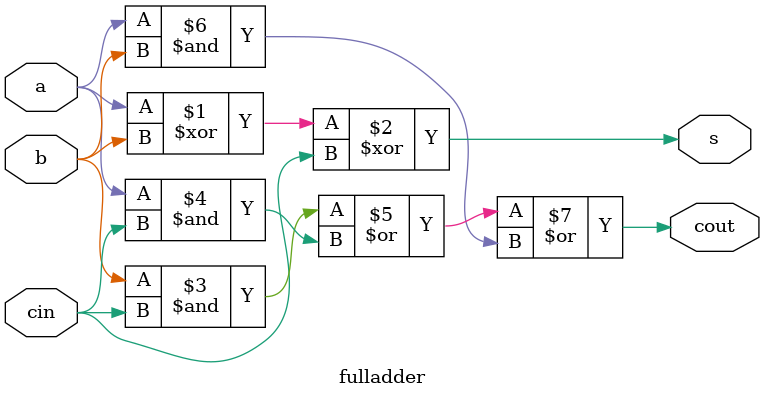
<source format=v>
`timescale 1ns / 1ps


module fulladder(
    input a,
    input b,
    input cin,
    output s,
    output cout
    );
    assign #1 s=a^b^cin;
    assign #2 cout=(b&cin)|(a&cin)|(a&b);
endmodule


</source>
